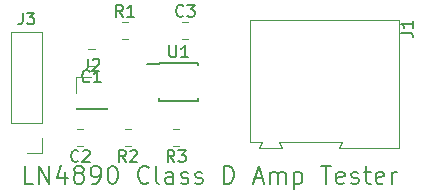
<source format=gbr>
G04 #@! TF.GenerationSoftware,KiCad,Pcbnew,5.1.2*
G04 #@! TF.CreationDate,2019-06-26T09:28:03-05:00*
G04 #@! TF.ProjectId,LN4890,4c4e3438-3930-42e6-9b69-6361645f7063,rev?*
G04 #@! TF.SameCoordinates,Original*
G04 #@! TF.FileFunction,Legend,Top*
G04 #@! TF.FilePolarity,Positive*
%FSLAX46Y46*%
G04 Gerber Fmt 4.6, Leading zero omitted, Abs format (unit mm)*
G04 Created by KiCad (PCBNEW 5.1.2) date 2019-06-26 09:28:03*
%MOMM*%
%LPD*%
G04 APERTURE LIST*
%ADD10C,0.150000*%
%ADD11C,0.120000*%
G04 APERTURE END LIST*
D10*
X131571428Y-93428571D02*
X130857142Y-93428571D01*
X130857142Y-91928571D01*
X132071428Y-93428571D02*
X132071428Y-91928571D01*
X132928571Y-93428571D01*
X132928571Y-91928571D01*
X134285714Y-92428571D02*
X134285714Y-93428571D01*
X133928571Y-91857142D02*
X133571428Y-92928571D01*
X134500000Y-92928571D01*
X135285714Y-92571428D02*
X135142857Y-92500000D01*
X135071428Y-92428571D01*
X135000000Y-92285714D01*
X135000000Y-92214285D01*
X135071428Y-92071428D01*
X135142857Y-92000000D01*
X135285714Y-91928571D01*
X135571428Y-91928571D01*
X135714285Y-92000000D01*
X135785714Y-92071428D01*
X135857142Y-92214285D01*
X135857142Y-92285714D01*
X135785714Y-92428571D01*
X135714285Y-92500000D01*
X135571428Y-92571428D01*
X135285714Y-92571428D01*
X135142857Y-92642857D01*
X135071428Y-92714285D01*
X135000000Y-92857142D01*
X135000000Y-93142857D01*
X135071428Y-93285714D01*
X135142857Y-93357142D01*
X135285714Y-93428571D01*
X135571428Y-93428571D01*
X135714285Y-93357142D01*
X135785714Y-93285714D01*
X135857142Y-93142857D01*
X135857142Y-92857142D01*
X135785714Y-92714285D01*
X135714285Y-92642857D01*
X135571428Y-92571428D01*
X136571428Y-93428571D02*
X136857142Y-93428571D01*
X137000000Y-93357142D01*
X137071428Y-93285714D01*
X137214285Y-93071428D01*
X137285714Y-92785714D01*
X137285714Y-92214285D01*
X137214285Y-92071428D01*
X137142857Y-92000000D01*
X137000000Y-91928571D01*
X136714285Y-91928571D01*
X136571428Y-92000000D01*
X136500000Y-92071428D01*
X136428571Y-92214285D01*
X136428571Y-92571428D01*
X136500000Y-92714285D01*
X136571428Y-92785714D01*
X136714285Y-92857142D01*
X137000000Y-92857142D01*
X137142857Y-92785714D01*
X137214285Y-92714285D01*
X137285714Y-92571428D01*
X138214285Y-91928571D02*
X138357142Y-91928571D01*
X138500000Y-92000000D01*
X138571428Y-92071428D01*
X138642857Y-92214285D01*
X138714285Y-92500000D01*
X138714285Y-92857142D01*
X138642857Y-93142857D01*
X138571428Y-93285714D01*
X138500000Y-93357142D01*
X138357142Y-93428571D01*
X138214285Y-93428571D01*
X138071428Y-93357142D01*
X138000000Y-93285714D01*
X137928571Y-93142857D01*
X137857142Y-92857142D01*
X137857142Y-92500000D01*
X137928571Y-92214285D01*
X138000000Y-92071428D01*
X138071428Y-92000000D01*
X138214285Y-91928571D01*
X141357142Y-93285714D02*
X141285714Y-93357142D01*
X141071428Y-93428571D01*
X140928571Y-93428571D01*
X140714285Y-93357142D01*
X140571428Y-93214285D01*
X140500000Y-93071428D01*
X140428571Y-92785714D01*
X140428571Y-92571428D01*
X140500000Y-92285714D01*
X140571428Y-92142857D01*
X140714285Y-92000000D01*
X140928571Y-91928571D01*
X141071428Y-91928571D01*
X141285714Y-92000000D01*
X141357142Y-92071428D01*
X142214285Y-93428571D02*
X142071428Y-93357142D01*
X142000000Y-93214285D01*
X142000000Y-91928571D01*
X143428571Y-93428571D02*
X143428571Y-92642857D01*
X143357142Y-92500000D01*
X143214285Y-92428571D01*
X142928571Y-92428571D01*
X142785714Y-92500000D01*
X143428571Y-93357142D02*
X143285714Y-93428571D01*
X142928571Y-93428571D01*
X142785714Y-93357142D01*
X142714285Y-93214285D01*
X142714285Y-93071428D01*
X142785714Y-92928571D01*
X142928571Y-92857142D01*
X143285714Y-92857142D01*
X143428571Y-92785714D01*
X144071428Y-93357142D02*
X144214285Y-93428571D01*
X144500000Y-93428571D01*
X144642857Y-93357142D01*
X144714285Y-93214285D01*
X144714285Y-93142857D01*
X144642857Y-93000000D01*
X144500000Y-92928571D01*
X144285714Y-92928571D01*
X144142857Y-92857142D01*
X144071428Y-92714285D01*
X144071428Y-92642857D01*
X144142857Y-92500000D01*
X144285714Y-92428571D01*
X144500000Y-92428571D01*
X144642857Y-92500000D01*
X145285714Y-93357142D02*
X145428571Y-93428571D01*
X145714285Y-93428571D01*
X145857142Y-93357142D01*
X145928571Y-93214285D01*
X145928571Y-93142857D01*
X145857142Y-93000000D01*
X145714285Y-92928571D01*
X145500000Y-92928571D01*
X145357142Y-92857142D01*
X145285714Y-92714285D01*
X145285714Y-92642857D01*
X145357142Y-92500000D01*
X145500000Y-92428571D01*
X145714285Y-92428571D01*
X145857142Y-92500000D01*
X147714285Y-93428571D02*
X147714285Y-91928571D01*
X148071428Y-91928571D01*
X148285714Y-92000000D01*
X148428571Y-92142857D01*
X148500000Y-92285714D01*
X148571428Y-92571428D01*
X148571428Y-92785714D01*
X148500000Y-93071428D01*
X148428571Y-93214285D01*
X148285714Y-93357142D01*
X148071428Y-93428571D01*
X147714285Y-93428571D01*
X150285714Y-93000000D02*
X151000000Y-93000000D01*
X150142857Y-93428571D02*
X150642857Y-91928571D01*
X151142857Y-93428571D01*
X151642857Y-93428571D02*
X151642857Y-92428571D01*
X151642857Y-92571428D02*
X151714285Y-92500000D01*
X151857142Y-92428571D01*
X152071428Y-92428571D01*
X152214285Y-92500000D01*
X152285714Y-92642857D01*
X152285714Y-93428571D01*
X152285714Y-92642857D02*
X152357142Y-92500000D01*
X152500000Y-92428571D01*
X152714285Y-92428571D01*
X152857142Y-92500000D01*
X152928571Y-92642857D01*
X152928571Y-93428571D01*
X153642857Y-92428571D02*
X153642857Y-93928571D01*
X153642857Y-92500000D02*
X153785714Y-92428571D01*
X154071428Y-92428571D01*
X154214285Y-92500000D01*
X154285714Y-92571428D01*
X154357142Y-92714285D01*
X154357142Y-93142857D01*
X154285714Y-93285714D01*
X154214285Y-93357142D01*
X154071428Y-93428571D01*
X153785714Y-93428571D01*
X153642857Y-93357142D01*
X155928571Y-91928571D02*
X156785714Y-91928571D01*
X156357142Y-93428571D02*
X156357142Y-91928571D01*
X157857142Y-93357142D02*
X157714285Y-93428571D01*
X157428571Y-93428571D01*
X157285714Y-93357142D01*
X157214285Y-93214285D01*
X157214285Y-92642857D01*
X157285714Y-92500000D01*
X157428571Y-92428571D01*
X157714285Y-92428571D01*
X157857142Y-92500000D01*
X157928571Y-92642857D01*
X157928571Y-92785714D01*
X157214285Y-92928571D01*
X158500000Y-93357142D02*
X158642857Y-93428571D01*
X158928571Y-93428571D01*
X159071428Y-93357142D01*
X159142857Y-93214285D01*
X159142857Y-93142857D01*
X159071428Y-93000000D01*
X158928571Y-92928571D01*
X158714285Y-92928571D01*
X158571428Y-92857142D01*
X158500000Y-92714285D01*
X158500000Y-92642857D01*
X158571428Y-92500000D01*
X158714285Y-92428571D01*
X158928571Y-92428571D01*
X159071428Y-92500000D01*
X159571428Y-92428571D02*
X160142857Y-92428571D01*
X159785714Y-91928571D02*
X159785714Y-93214285D01*
X159857142Y-93357142D01*
X160000000Y-93428571D01*
X160142857Y-93428571D01*
X161214285Y-93357142D02*
X161071428Y-93428571D01*
X160785714Y-93428571D01*
X160642857Y-93357142D01*
X160571428Y-93214285D01*
X160571428Y-92642857D01*
X160642857Y-92500000D01*
X160785714Y-92428571D01*
X161071428Y-92428571D01*
X161214285Y-92500000D01*
X161285714Y-92642857D01*
X161285714Y-92785714D01*
X160571428Y-92928571D01*
X161928571Y-93428571D02*
X161928571Y-92428571D01*
X161928571Y-92714285D02*
X162000000Y-92571428D01*
X162071428Y-92500000D01*
X162214285Y-92428571D01*
X162357142Y-92428571D01*
D11*
X136758578Y-82040000D02*
X136241422Y-82040000D01*
X136758578Y-83460000D02*
X136241422Y-83460000D01*
X135821078Y-90210000D02*
X135303922Y-90210000D01*
X135821078Y-88790000D02*
X135303922Y-88790000D01*
X144178922Y-79790000D02*
X144696078Y-79790000D01*
X144178922Y-81210000D02*
X144696078Y-81210000D01*
X162550000Y-79600000D02*
X149950000Y-79600000D01*
X149950000Y-79600000D02*
X149950000Y-89950000D01*
X149950000Y-89950000D02*
X150900000Y-89950000D01*
X150900000Y-89950000D02*
X150650000Y-90450000D01*
X150650000Y-90450000D02*
X152550000Y-90450000D01*
X152550000Y-90450000D02*
X152600000Y-90450000D01*
X152600000Y-90450000D02*
X152350000Y-89950000D01*
X152350000Y-89950000D02*
X157750000Y-89950000D01*
X157750000Y-89950000D02*
X157450000Y-90450000D01*
X157450000Y-90450000D02*
X162550000Y-90450000D01*
X162550000Y-90450000D02*
X162550000Y-79600000D01*
X135170000Y-87080000D02*
X137830000Y-87080000D01*
X135170000Y-87020000D02*
X135170000Y-87080000D01*
X137830000Y-87020000D02*
X137830000Y-87080000D01*
X135170000Y-87020000D02*
X137830000Y-87020000D01*
X135170000Y-85750000D02*
X135170000Y-84420000D01*
X135170000Y-84420000D02*
X136500000Y-84420000D01*
X132330000Y-80590000D02*
X129670000Y-80590000D01*
X132330000Y-88270000D02*
X132330000Y-80590000D01*
X129670000Y-88270000D02*
X129670000Y-80590000D01*
X132330000Y-88270000D02*
X129670000Y-88270000D01*
X132330000Y-89540000D02*
X132330000Y-90870000D01*
X132330000Y-90870000D02*
X131000000Y-90870000D01*
X139053922Y-79790000D02*
X139571078Y-79790000D01*
X139053922Y-81210000D02*
X139571078Y-81210000D01*
X139821078Y-90210000D02*
X139303922Y-90210000D01*
X139821078Y-88790000D02*
X139303922Y-88790000D01*
X143946078Y-88790000D02*
X143428922Y-88790000D01*
X143946078Y-90210000D02*
X143428922Y-90210000D01*
D10*
X142240001Y-83200001D02*
X142240001Y-83325001D01*
X145490001Y-83200001D02*
X145490001Y-83425001D01*
X145490001Y-86450001D02*
X145490001Y-86225001D01*
X142240001Y-86450001D02*
X142240001Y-86225001D01*
X142240001Y-83200001D02*
X145490001Y-83200001D01*
X142240001Y-86450001D02*
X145490001Y-86450001D01*
X142240001Y-83325001D02*
X141165001Y-83325001D01*
X136333333Y-84757142D02*
X136285714Y-84804761D01*
X136142857Y-84852380D01*
X136047619Y-84852380D01*
X135904761Y-84804761D01*
X135809523Y-84709523D01*
X135761904Y-84614285D01*
X135714285Y-84423809D01*
X135714285Y-84280952D01*
X135761904Y-84090476D01*
X135809523Y-83995238D01*
X135904761Y-83900000D01*
X136047619Y-83852380D01*
X136142857Y-83852380D01*
X136285714Y-83900000D01*
X136333333Y-83947619D01*
X137285714Y-84852380D02*
X136714285Y-84852380D01*
X137000000Y-84852380D02*
X137000000Y-83852380D01*
X136904761Y-83995238D01*
X136809523Y-84090476D01*
X136714285Y-84138095D01*
X135395833Y-91507142D02*
X135348214Y-91554761D01*
X135205357Y-91602380D01*
X135110119Y-91602380D01*
X134967261Y-91554761D01*
X134872023Y-91459523D01*
X134824404Y-91364285D01*
X134776785Y-91173809D01*
X134776785Y-91030952D01*
X134824404Y-90840476D01*
X134872023Y-90745238D01*
X134967261Y-90650000D01*
X135110119Y-90602380D01*
X135205357Y-90602380D01*
X135348214Y-90650000D01*
X135395833Y-90697619D01*
X135776785Y-90697619D02*
X135824404Y-90650000D01*
X135919642Y-90602380D01*
X136157738Y-90602380D01*
X136252976Y-90650000D01*
X136300595Y-90697619D01*
X136348214Y-90792857D01*
X136348214Y-90888095D01*
X136300595Y-91030952D01*
X135729166Y-91602380D01*
X136348214Y-91602380D01*
X144270833Y-79207142D02*
X144223214Y-79254761D01*
X144080357Y-79302380D01*
X143985119Y-79302380D01*
X143842261Y-79254761D01*
X143747023Y-79159523D01*
X143699404Y-79064285D01*
X143651785Y-78873809D01*
X143651785Y-78730952D01*
X143699404Y-78540476D01*
X143747023Y-78445238D01*
X143842261Y-78350000D01*
X143985119Y-78302380D01*
X144080357Y-78302380D01*
X144223214Y-78350000D01*
X144270833Y-78397619D01*
X144604166Y-78302380D02*
X145223214Y-78302380D01*
X144889880Y-78683333D01*
X145032738Y-78683333D01*
X145127976Y-78730952D01*
X145175595Y-78778571D01*
X145223214Y-78873809D01*
X145223214Y-79111904D01*
X145175595Y-79207142D01*
X145127976Y-79254761D01*
X145032738Y-79302380D01*
X144747023Y-79302380D01*
X144651785Y-79254761D01*
X144604166Y-79207142D01*
X162692380Y-80663333D02*
X163406666Y-80663333D01*
X163549523Y-80710952D01*
X163644761Y-80806190D01*
X163692380Y-80949047D01*
X163692380Y-81044285D01*
X163692380Y-79663333D02*
X163692380Y-80234761D01*
X163692380Y-79949047D02*
X162692380Y-79949047D01*
X162835238Y-80044285D01*
X162930476Y-80139523D01*
X162978095Y-80234761D01*
X136166666Y-82872380D02*
X136166666Y-83586666D01*
X136119047Y-83729523D01*
X136023809Y-83824761D01*
X135880952Y-83872380D01*
X135785714Y-83872380D01*
X136595238Y-82967619D02*
X136642857Y-82920000D01*
X136738095Y-82872380D01*
X136976190Y-82872380D01*
X137071428Y-82920000D01*
X137119047Y-82967619D01*
X137166666Y-83062857D01*
X137166666Y-83158095D01*
X137119047Y-83300952D01*
X136547619Y-83872380D01*
X137166666Y-83872380D01*
X130666666Y-78952380D02*
X130666666Y-79666666D01*
X130619047Y-79809523D01*
X130523809Y-79904761D01*
X130380952Y-79952380D01*
X130285714Y-79952380D01*
X131047619Y-78952380D02*
X131666666Y-78952380D01*
X131333333Y-79333333D01*
X131476190Y-79333333D01*
X131571428Y-79380952D01*
X131619047Y-79428571D01*
X131666666Y-79523809D01*
X131666666Y-79761904D01*
X131619047Y-79857142D01*
X131571428Y-79904761D01*
X131476190Y-79952380D01*
X131190476Y-79952380D01*
X131095238Y-79904761D01*
X131047619Y-79857142D01*
X139145833Y-79302380D02*
X138812500Y-78826190D01*
X138574404Y-79302380D02*
X138574404Y-78302380D01*
X138955357Y-78302380D01*
X139050595Y-78350000D01*
X139098214Y-78397619D01*
X139145833Y-78492857D01*
X139145833Y-78635714D01*
X139098214Y-78730952D01*
X139050595Y-78778571D01*
X138955357Y-78826190D01*
X138574404Y-78826190D01*
X140098214Y-79302380D02*
X139526785Y-79302380D01*
X139812500Y-79302380D02*
X139812500Y-78302380D01*
X139717261Y-78445238D01*
X139622023Y-78540476D01*
X139526785Y-78588095D01*
X139395833Y-91602380D02*
X139062500Y-91126190D01*
X138824404Y-91602380D02*
X138824404Y-90602380D01*
X139205357Y-90602380D01*
X139300595Y-90650000D01*
X139348214Y-90697619D01*
X139395833Y-90792857D01*
X139395833Y-90935714D01*
X139348214Y-91030952D01*
X139300595Y-91078571D01*
X139205357Y-91126190D01*
X138824404Y-91126190D01*
X139776785Y-90697619D02*
X139824404Y-90650000D01*
X139919642Y-90602380D01*
X140157738Y-90602380D01*
X140252976Y-90650000D01*
X140300595Y-90697619D01*
X140348214Y-90792857D01*
X140348214Y-90888095D01*
X140300595Y-91030952D01*
X139729166Y-91602380D01*
X140348214Y-91602380D01*
X143520833Y-91602380D02*
X143187500Y-91126190D01*
X142949404Y-91602380D02*
X142949404Y-90602380D01*
X143330357Y-90602380D01*
X143425595Y-90650000D01*
X143473214Y-90697619D01*
X143520833Y-90792857D01*
X143520833Y-90935714D01*
X143473214Y-91030952D01*
X143425595Y-91078571D01*
X143330357Y-91126190D01*
X142949404Y-91126190D01*
X143854166Y-90602380D02*
X144473214Y-90602380D01*
X144139880Y-90983333D01*
X144282738Y-90983333D01*
X144377976Y-91030952D01*
X144425595Y-91078571D01*
X144473214Y-91173809D01*
X144473214Y-91411904D01*
X144425595Y-91507142D01*
X144377976Y-91554761D01*
X144282738Y-91602380D01*
X143997023Y-91602380D01*
X143901785Y-91554761D01*
X143854166Y-91507142D01*
X143103096Y-81727381D02*
X143103096Y-82536905D01*
X143150715Y-82632143D01*
X143198334Y-82679762D01*
X143293572Y-82727381D01*
X143484048Y-82727381D01*
X143579286Y-82679762D01*
X143626905Y-82632143D01*
X143674524Y-82536905D01*
X143674524Y-81727381D01*
X144674524Y-82727381D02*
X144103096Y-82727381D01*
X144388810Y-82727381D02*
X144388810Y-81727381D01*
X144293572Y-81870239D01*
X144198334Y-81965477D01*
X144103096Y-82013096D01*
M02*

</source>
